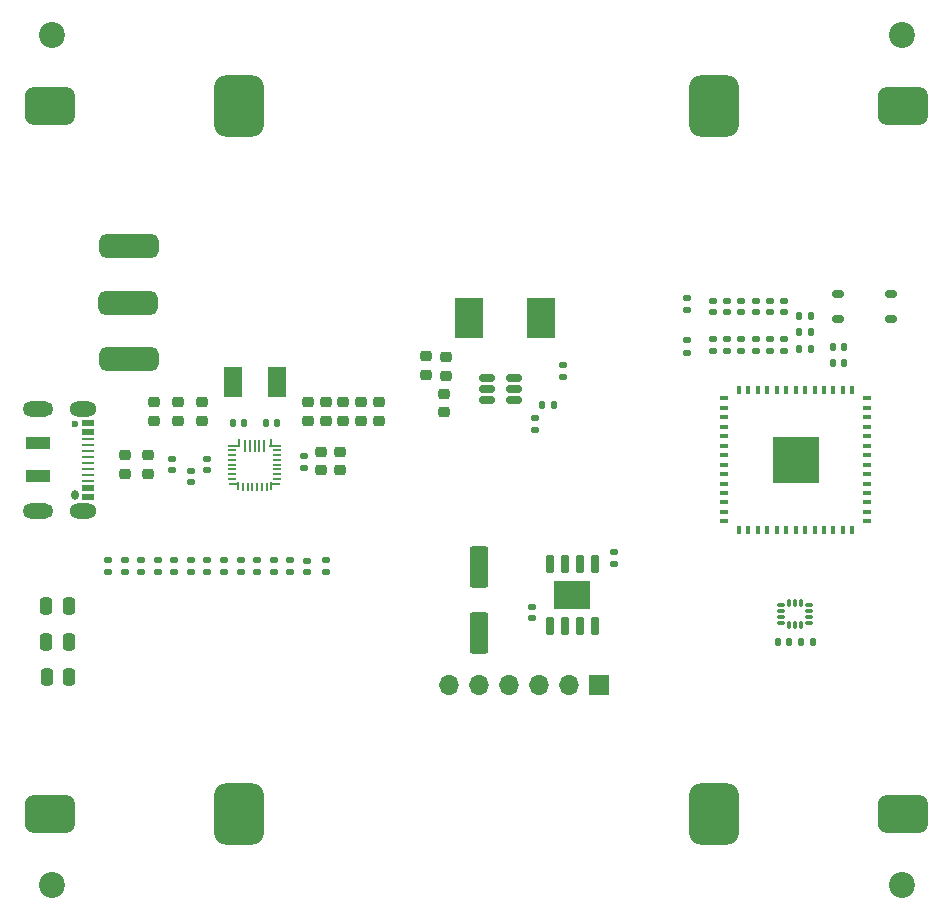
<source format=gbr>
%TF.GenerationSoftware,KiCad,Pcbnew,7.0.2*%
%TF.CreationDate,2023-05-28T21:21:49-04:00*%
%TF.ProjectId,AutoTiller,4175746f-5469-46c6-9c65-722e6b696361,rev?*%
%TF.SameCoordinates,Original*%
%TF.FileFunction,Soldermask,Top*%
%TF.FilePolarity,Negative*%
%FSLAX46Y46*%
G04 Gerber Fmt 4.6, Leading zero omitted, Abs format (unit mm)*
G04 Created by KiCad (PCBNEW 7.0.2) date 2023-05-28 21:21:49*
%MOMM*%
%LPD*%
G01*
G04 APERTURE LIST*
G04 Aperture macros list*
%AMRoundRect*
0 Rectangle with rounded corners*
0 $1 Rounding radius*
0 $2 $3 $4 $5 $6 $7 $8 $9 X,Y pos of 4 corners*
0 Add a 4 corners polygon primitive as box body*
4,1,4,$2,$3,$4,$5,$6,$7,$8,$9,$2,$3,0*
0 Add four circle primitives for the rounded corners*
1,1,$1+$1,$2,$3*
1,1,$1+$1,$4,$5*
1,1,$1+$1,$6,$7*
1,1,$1+$1,$8,$9*
0 Add four rect primitives between the rounded corners*
20,1,$1+$1,$2,$3,$4,$5,0*
20,1,$1+$1,$4,$5,$6,$7,0*
20,1,$1+$1,$6,$7,$8,$9,0*
20,1,$1+$1,$8,$9,$2,$3,0*%
G04 Aperture macros list end*
%ADD10RoundRect,0.140000X-0.170000X0.140000X-0.170000X-0.140000X0.170000X-0.140000X0.170000X0.140000X0*%
%ADD11RoundRect,0.140000X-0.140000X-0.170000X0.140000X-0.170000X0.140000X0.170000X-0.140000X0.170000X0*%
%ADD12RoundRect,0.135000X0.185000X-0.135000X0.185000X0.135000X-0.185000X0.135000X-0.185000X-0.135000X0*%
%ADD13RoundRect,0.135000X-0.185000X0.135000X-0.185000X-0.135000X0.185000X-0.135000X0.185000X0.135000X0*%
%ADD14C,0.600000*%
%ADD15R,2.000000X1.000000*%
%ADD16O,0.600000X0.850000*%
%ADD17R,1.000000X0.520000*%
%ADD18R,1.000000X0.270000*%
%ADD19O,2.300000X1.300000*%
%ADD20O,2.600000X1.300000*%
%ADD21R,2.350000X3.500000*%
%ADD22RoundRect,0.140000X0.170000X-0.140000X0.170000X0.140000X-0.170000X0.140000X-0.170000X-0.140000X0*%
%ADD23RoundRect,0.225000X0.250000X-0.225000X0.250000X0.225000X-0.250000X0.225000X-0.250000X-0.225000X0*%
%ADD24RoundRect,0.150000X-0.512500X-0.150000X0.512500X-0.150000X0.512500X0.150000X-0.512500X0.150000X0*%
%ADD25RoundRect,0.500000X2.000000X-0.500000X2.000000X0.500000X-2.000000X0.500000X-2.000000X-0.500000X0*%
%ADD26RoundRect,0.050000X-0.425000X-0.050000X0.425000X-0.050000X0.425000X0.050000X-0.425000X0.050000X0*%
%ADD27RoundRect,0.050000X-0.050000X-0.300000X0.050000X-0.300000X0.050000X0.300000X-0.050000X0.300000X0*%
%ADD28RoundRect,0.050000X-0.250000X-0.050000X0.250000X-0.050000X0.250000X0.050000X-0.250000X0.050000X0*%
%ADD29RoundRect,0.050000X-0.400000X-0.050000X0.400000X-0.050000X0.400000X0.050000X-0.400000X0.050000X0*%
%ADD30RoundRect,0.050000X-0.050000X-0.250000X0.050000X-0.250000X0.050000X0.250000X-0.050000X0.250000X0*%
%ADD31RoundRect,0.050000X0.050000X-0.300000X0.050000X0.300000X-0.050000X0.300000X-0.050000X-0.300000X0*%
%ADD32RoundRect,0.050000X-0.300000X-0.050000X0.300000X-0.050000X0.300000X0.050000X-0.300000X0.050000X0*%
%ADD33RoundRect,0.050000X-0.275000X-0.050000X0.275000X-0.050000X0.275000X0.050000X-0.275000X0.050000X0*%
%ADD34RoundRect,0.050000X-0.290000X-0.050000X0.290000X-0.050000X0.290000X0.050000X-0.290000X0.050000X0*%
%ADD35RoundRect,0.050000X-0.050000X-0.450000X0.050000X-0.450000X0.050000X0.450000X-0.050000X0.450000X0*%
%ADD36RoundRect,0.250000X-0.250000X-0.475000X0.250000X-0.475000X0.250000X0.475000X-0.250000X0.475000X0*%
%ADD37RoundRect,0.087500X-0.225000X-0.087500X0.225000X-0.087500X0.225000X0.087500X-0.225000X0.087500X0*%
%ADD38RoundRect,0.087500X-0.087500X-0.225000X0.087500X-0.225000X0.087500X0.225000X-0.087500X0.225000X0*%
%ADD39C,2.200000*%
%ADD40RoundRect,0.225000X-0.250000X0.225000X-0.250000X-0.225000X0.250000X-0.225000X0.250000X0.225000X0*%
%ADD41R,1.500000X2.500000*%
%ADD42RoundRect,0.250000X0.550000X-1.500000X0.550000X1.500000X-0.550000X1.500000X-0.550000X-1.500000X0*%
%ADD43RoundRect,0.135000X0.135000X0.185000X-0.135000X0.185000X-0.135000X-0.185000X0.135000X-0.185000X0*%
%ADD44RoundRect,0.825000X-1.295000X-0.825000X1.295000X-0.825000X1.295000X0.825000X-1.295000X0.825000X0*%
%ADD45RoundRect,1.060000X-1.060000X-1.540000X1.060000X-1.540000X1.060000X1.540000X-1.060000X1.540000X0*%
%ADD46RoundRect,0.150000X-0.150000X0.650000X-0.150000X-0.650000X0.150000X-0.650000X0.150000X0.650000X0*%
%ADD47R,3.100000X2.410000*%
%ADD48RoundRect,0.175000X0.325000X0.175000X-0.325000X0.175000X-0.325000X-0.175000X0.325000X-0.175000X0*%
%ADD49RoundRect,0.140000X0.140000X0.170000X-0.140000X0.170000X-0.140000X-0.170000X0.140000X-0.170000X0*%
%ADD50R,0.400000X0.800000*%
%ADD51R,0.800000X0.400000*%
%ADD52R,4.000000X4.000000*%
%ADD53R,1.700000X1.700000*%
%ADD54O,1.700000X1.700000*%
%ADD55RoundRect,0.825000X1.295000X0.825000X-1.295000X0.825000X-1.295000X-0.825000X1.295000X-0.825000X0*%
%ADD56RoundRect,1.060000X1.060000X1.540000X-1.060000X1.540000X-1.060000X-1.540000X1.060000X-1.540000X0*%
G04 APERTURE END LIST*
D10*
%TO.C,C3*%
X137200000Y-119920000D03*
X137200000Y-120880000D03*
%TD*%
D11*
%TO.C,C13*%
X139340000Y-116900000D03*
X140300000Y-116900000D03*
%TD*%
D12*
%TO.C,R1*%
X183600000Y-110790000D03*
X183600000Y-109770000D03*
%TD*%
D13*
%TO.C,R26*%
X171600000Y-127790000D03*
X171600000Y-128810000D03*
%TD*%
%TO.C,R19*%
X131600000Y-128490000D03*
X131600000Y-129510000D03*
%TD*%
D14*
%TO.C,J1*%
X125950000Y-117000000D03*
D15*
X122850000Y-118600000D03*
X122850000Y-121400000D03*
D16*
X125950000Y-123000000D03*
D17*
X127050000Y-116900000D03*
X127050000Y-117650000D03*
D18*
X127050000Y-118250000D03*
X127050000Y-119750000D03*
X127050000Y-120750000D03*
X127050000Y-121750000D03*
D17*
X127050000Y-122350000D03*
X127050000Y-123100000D03*
X127050000Y-123100000D03*
X127050000Y-122350000D03*
D18*
X127050000Y-121250000D03*
X127050000Y-120250000D03*
X127050000Y-119250000D03*
X127050000Y-118750000D03*
D17*
X127050000Y-117650000D03*
X127050000Y-116900000D03*
D19*
X126675000Y-115680000D03*
D20*
X122850000Y-115680000D03*
D19*
X126675000Y-124320000D03*
D20*
X122850000Y-124320000D03*
%TD*%
D21*
%TO.C,L2*%
X165425000Y-108000000D03*
X159375000Y-108000000D03*
%TD*%
D22*
%TO.C,C9*%
X182400000Y-107500000D03*
X182400000Y-106540000D03*
%TD*%
D23*
%TO.C,C24*%
X145700000Y-116675000D03*
X145700000Y-115125000D03*
%TD*%
D13*
%TO.C,R16*%
X144200000Y-128490000D03*
X144200000Y-129510000D03*
%TD*%
D11*
%TO.C,C29*%
X190120000Y-111800000D03*
X191080000Y-111800000D03*
%TD*%
D12*
%TO.C,R15*%
X186000000Y-110790000D03*
X186000000Y-109770000D03*
%TD*%
D24*
%TO.C,U1*%
X160862500Y-113050000D03*
X160862500Y-114000000D03*
X160862500Y-114950000D03*
X163137500Y-114950000D03*
X163137500Y-114000000D03*
X163137500Y-113050000D03*
%TD*%
D12*
%TO.C,R17*%
X137200000Y-129510000D03*
X137200000Y-128490000D03*
%TD*%
D25*
%TO.C,SW5*%
X130512500Y-111475000D03*
X130462500Y-106725000D03*
X130512500Y-101875000D03*
%TD*%
D26*
%TO.C,BQ25792RQMR1*%
X139475000Y-118800000D03*
D27*
X139850000Y-118550000D03*
D28*
X139300000Y-119200000D03*
X139300000Y-119600000D03*
X139300000Y-120000000D03*
X139300000Y-120400000D03*
X139300000Y-120800000D03*
X139300000Y-121200000D03*
X139300000Y-121600000D03*
D29*
X139450000Y-122000000D03*
D27*
X139800000Y-122250000D03*
D30*
X140200000Y-122300000D03*
X140600000Y-122300000D03*
X141000000Y-122300000D03*
X141400000Y-122300000D03*
X141800000Y-122300000D03*
X142200000Y-122300000D03*
D31*
X142600000Y-122250000D03*
D29*
X142950000Y-122000000D03*
D32*
X143050000Y-121600000D03*
D33*
X143075000Y-121200000D03*
D34*
X143062500Y-120800000D03*
D28*
X143100000Y-120400000D03*
X143100000Y-120000000D03*
X143100000Y-119600000D03*
X143100000Y-119200000D03*
D27*
X142550000Y-118550000D03*
D26*
X142925000Y-118800000D03*
D35*
X142000000Y-118800000D03*
X141600000Y-118800000D03*
X141200000Y-118800000D03*
X140800000Y-118800000D03*
X140400000Y-118800000D03*
%TD*%
D36*
%TO.C,D1*%
X123550000Y-132400000D03*
X125450000Y-132400000D03*
%TD*%
D12*
%TO.C,R13*%
X135800000Y-129510000D03*
X135800000Y-128490000D03*
%TD*%
%TO.C,R4*%
X182400000Y-110810000D03*
X182400000Y-109790000D03*
%TD*%
D37*
%TO.C,LSM6DSMTR1*%
X185787500Y-132287500D03*
X185787500Y-132787500D03*
X185787500Y-133287500D03*
X185787500Y-133787500D03*
D38*
X186450000Y-133950000D03*
X186950000Y-133950000D03*
X187450000Y-133950000D03*
D37*
X188112500Y-133787500D03*
X188112500Y-133287500D03*
X188112500Y-132787500D03*
X188112500Y-132287500D03*
D38*
X187450000Y-132125000D03*
X186950000Y-132125000D03*
X186450000Y-132125000D03*
%TD*%
D39*
%TO.C,H1*%
X124000000Y-84000000D03*
%TD*%
D40*
%TO.C,C28*%
X148400000Y-119325000D03*
X148400000Y-120875000D03*
%TD*%
D12*
%TO.C,R25*%
X177800000Y-107310000D03*
X177800000Y-106290000D03*
%TD*%
%TO.C,R10*%
X145400000Y-120710000D03*
X145400000Y-119690000D03*
%TD*%
D23*
%TO.C,C16*%
X132700000Y-116675000D03*
X132700000Y-115125000D03*
%TD*%
%TO.C,C30*%
X151700000Y-116675000D03*
X151700000Y-115125000D03*
%TD*%
D22*
%TO.C,C38*%
X164675000Y-133380000D03*
X164675000Y-132420000D03*
%TD*%
%TO.C,C2*%
X183600000Y-107470000D03*
X183600000Y-106510000D03*
%TD*%
D23*
%TO.C,C33*%
X150200000Y-116675000D03*
X150200000Y-115125000D03*
%TD*%
D39*
%TO.C,H4*%
X196000000Y-84000000D03*
%TD*%
D40*
%TO.C,C8*%
X132200000Y-119625000D03*
X132200000Y-121175000D03*
%TD*%
D36*
%TO.C,D3*%
X123600000Y-138410000D03*
X125500000Y-138410000D03*
%TD*%
D11*
%TO.C,C32*%
X187320000Y-109200000D03*
X188280000Y-109200000D03*
%TD*%
%TO.C,C34*%
X187320000Y-107800000D03*
X188280000Y-107800000D03*
%TD*%
D22*
%TO.C,C17*%
X135800000Y-121880000D03*
X135800000Y-120920000D03*
%TD*%
D41*
%TO.C,L1*%
X143050000Y-113400000D03*
X139350000Y-113400000D03*
%TD*%
D13*
%TO.C,R22*%
X130200000Y-128490000D03*
X130200000Y-129510000D03*
%TD*%
%TO.C,R21*%
X134400000Y-128490000D03*
X134400000Y-129510000D03*
%TD*%
%TO.C,R20*%
X133000000Y-128490000D03*
X133000000Y-129510000D03*
%TD*%
D23*
%TO.C,C19*%
X136700000Y-116675000D03*
X136700000Y-115125000D03*
%TD*%
D10*
%TO.C,C1*%
X134200000Y-119920000D03*
X134200000Y-120880000D03*
%TD*%
D13*
%TO.C,R23*%
X128800000Y-128490000D03*
X128800000Y-129510000D03*
%TD*%
D42*
%TO.C,C40*%
X160200000Y-134690000D03*
X160200000Y-129090000D03*
%TD*%
D22*
%TO.C,C15*%
X180000000Y-107480000D03*
X180000000Y-106520000D03*
%TD*%
D43*
%TO.C,R18*%
X188310000Y-110600000D03*
X187290000Y-110600000D03*
%TD*%
D39*
%TO.C,H3*%
X196000000Y-156000000D03*
%TD*%
D12*
%TO.C,R5*%
X184800000Y-110790000D03*
X184800000Y-109770000D03*
%TD*%
D22*
%TO.C,C20*%
X186000000Y-107480000D03*
X186000000Y-106520000D03*
%TD*%
D40*
%TO.C,C25*%
X146800000Y-119325000D03*
X146800000Y-120875000D03*
%TD*%
D44*
%TO.C,BT1*%
X123885000Y-150000000D03*
D45*
X139885000Y-150000000D03*
X180115000Y-150000000D03*
D44*
X196115000Y-150000000D03*
%TD*%
D23*
%TO.C,C4*%
X157200000Y-115975000D03*
X157200000Y-114425000D03*
%TD*%
%TO.C,C27*%
X148700000Y-116675000D03*
X148700000Y-115125000D03*
%TD*%
D10*
%TO.C,C31*%
X145600000Y-128520000D03*
X145600000Y-129480000D03*
%TD*%
D36*
%TO.C,D2*%
X123550000Y-135410000D03*
X125450000Y-135410000D03*
%TD*%
D23*
%TO.C,C22*%
X134700000Y-116675000D03*
X134700000Y-115125000D03*
%TD*%
D40*
%TO.C,C18*%
X157400000Y-111325000D03*
X157400000Y-112875000D03*
%TD*%
D12*
%TO.C,R3*%
X147200000Y-129510000D03*
X147200000Y-128490000D03*
%TD*%
%TO.C,R2*%
X138600000Y-129510000D03*
X138600000Y-128490000D03*
%TD*%
D46*
%TO.C,DRV8251ADDAR1*%
X170005000Y-128795000D03*
X168735000Y-128795000D03*
X167465000Y-128795000D03*
X166195000Y-128795000D03*
X166195000Y-134095000D03*
X167465000Y-134095000D03*
X168735000Y-134095000D03*
X170005000Y-134095000D03*
D47*
X168100000Y-131445000D03*
%TD*%
D13*
%TO.C,R8*%
X164912500Y-116490000D03*
X164912500Y-117510000D03*
%TD*%
D48*
%TO.C,SW8*%
X195050000Y-108075000D03*
X190550000Y-108075000D03*
X195050000Y-105925000D03*
X190550000Y-105925000D03*
%TD*%
D13*
%TO.C,R24*%
X177800000Y-109890000D03*
X177800000Y-110910000D03*
%TD*%
D12*
%TO.C,R11*%
X142800000Y-129510000D03*
X142800000Y-128490000D03*
%TD*%
D49*
%TO.C,C35*%
X188430000Y-135437500D03*
X187470000Y-135437500D03*
%TD*%
D50*
%TO.C,IC1*%
X191800000Y-114100000D03*
X191000000Y-114100000D03*
X190200000Y-114100000D03*
X189400000Y-114100000D03*
X188600000Y-114100000D03*
X187800000Y-114100000D03*
X187000000Y-114100000D03*
X186200000Y-114100000D03*
X185400000Y-114100000D03*
X184600000Y-114100000D03*
X183800000Y-114100000D03*
X183000000Y-114100000D03*
X182200000Y-114100000D03*
D51*
X180950000Y-114800000D03*
X180950000Y-115600000D03*
X180950000Y-116400000D03*
X180950000Y-117200000D03*
X180950000Y-118000000D03*
X180950000Y-118800000D03*
X180950000Y-119600000D03*
X180950000Y-120400000D03*
X180950000Y-121200000D03*
X180950000Y-122000000D03*
X180950000Y-122800000D03*
X180950000Y-123600000D03*
X180950000Y-124400000D03*
X180950000Y-125200000D03*
D50*
X182200000Y-125900000D03*
X183000000Y-125900000D03*
X183800000Y-125900000D03*
X184600000Y-125900000D03*
X185400000Y-125900000D03*
X186200000Y-125900000D03*
X187000000Y-125900000D03*
X187800000Y-125900000D03*
X188600000Y-125900000D03*
X189400000Y-125900000D03*
X190200000Y-125900000D03*
X191000000Y-125900000D03*
X191800000Y-125900000D03*
D51*
X193050000Y-125200000D03*
X193050000Y-124400000D03*
X193050000Y-123600000D03*
X193050000Y-122800000D03*
X193050000Y-122000000D03*
X193050000Y-121200000D03*
X193050000Y-120400000D03*
X193050000Y-119600000D03*
X193050000Y-118800000D03*
X193050000Y-118000000D03*
X193050000Y-117200000D03*
X193050000Y-116400000D03*
X193050000Y-115600000D03*
X193050000Y-114800000D03*
D52*
X187000000Y-120000000D03*
%TD*%
D11*
%TO.C,C26*%
X190120000Y-110400000D03*
X191080000Y-110400000D03*
%TD*%
D22*
%TO.C,C10*%
X184800000Y-107480000D03*
X184800000Y-106520000D03*
%TD*%
D23*
%TO.C,C23*%
X147200000Y-116675000D03*
X147200000Y-115125000D03*
%TD*%
D22*
%TO.C,C12*%
X181200000Y-107480000D03*
X181200000Y-106520000D03*
%TD*%
D12*
%TO.C,R9*%
X180000000Y-110790000D03*
X180000000Y-109770000D03*
%TD*%
D43*
%TO.C,R7*%
X166522500Y-115350000D03*
X165502500Y-115350000D03*
%TD*%
D49*
%TO.C,C21*%
X143080000Y-116900000D03*
X142120000Y-116900000D03*
%TD*%
D11*
%TO.C,C42*%
X185470000Y-135437500D03*
X186430000Y-135437500D03*
%TD*%
D40*
%TO.C,C5*%
X130200000Y-119625000D03*
X130200000Y-121175000D03*
%TD*%
%TO.C,C14*%
X155712500Y-111225000D03*
X155712500Y-112775000D03*
%TD*%
D22*
%TO.C,C11*%
X167312500Y-112960000D03*
X167312500Y-112000000D03*
%TD*%
D53*
%TO.C,U3*%
X170350000Y-139090000D03*
D54*
X167810000Y-139090000D03*
X165270000Y-139090000D03*
X162730000Y-139090000D03*
X160190000Y-139090000D03*
X157650000Y-139090000D03*
%TD*%
D55*
%TO.C,BT2*%
X196115000Y-90000000D03*
D56*
X180115000Y-90000000D03*
X139885000Y-90000000D03*
D55*
X123885000Y-90000000D03*
%TD*%
D39*
%TO.C,H2*%
X124000000Y-156000000D03*
%TD*%
D13*
%TO.C,R14*%
X141400000Y-128490000D03*
X141400000Y-129510000D03*
%TD*%
D12*
%TO.C,R6*%
X181200000Y-110790000D03*
X181200000Y-109770000D03*
%TD*%
D13*
%TO.C,R12*%
X140000000Y-128490000D03*
X140000000Y-129510000D03*
%TD*%
M02*

</source>
